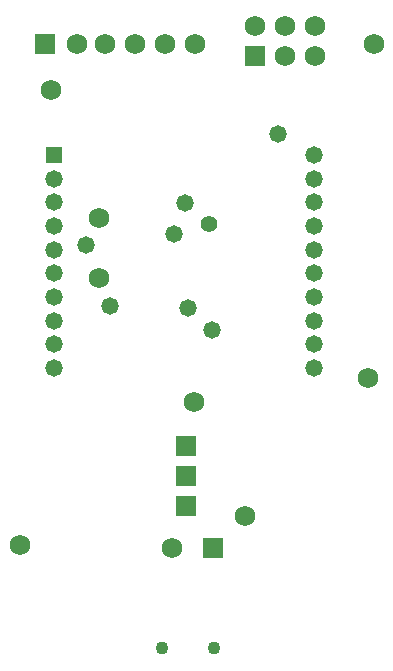
<source format=gbs>
%FSLAX25Y25*%
%MOIN*%
G70*
G01*
G75*
G04 Layer_Color=16711935*
%ADD10R,0.05000X0.06000*%
%ADD11R,0.06000X0.05000*%
%ADD12R,0.04331X0.08465*%
%ADD13R,0.04331X0.08465*%
%ADD14R,0.13780X0.08465*%
%ADD15R,0.08661X0.17716*%
%ADD16R,0.07087X0.06299*%
%ADD17R,0.01575X0.09449*%
%ADD18R,0.03937X0.05906*%
%ADD19R,0.12598X0.11024*%
%ADD20R,0.02756X0.05315*%
%ADD21R,0.02756X0.07087*%
G04:AMPARAMS|DCode=22|XSize=74.8mil|YSize=129.92mil|CornerRadius=0mil|HoleSize=0mil|Usage=FLASHONLY|Rotation=0.000|XOffset=0mil|YOffset=0mil|HoleType=Round|Shape=Octagon|*
%AMOCTAGOND22*
4,1,8,-0.01870,0.06496,0.01870,0.06496,0.03740,0.04626,0.03740,-0.04626,0.01870,-0.06496,-0.01870,-0.06496,-0.03740,-0.04626,-0.03740,0.04626,-0.01870,0.06496,0.0*
%
%ADD22OCTAGOND22*%

%ADD23R,0.11024X0.12598*%
%ADD24R,0.11811X0.11811*%
%ADD25R,0.11811X0.07087*%
%ADD26O,0.01772X0.06496*%
%ADD27O,0.06496X0.01772*%
%ADD28C,0.01969*%
%ADD29C,0.01181*%
%ADD30C,0.01772*%
%ADD31C,0.06000*%
%ADD32R,0.06000X0.06000*%
%ADD33R,0.06000X0.06000*%
%ADD34R,0.05906X0.05906*%
%ADD35C,0.05000*%
%ADD36R,0.05000X0.05000*%
%ADD37C,0.04724*%
%ADD38C,0.03543*%
%ADD39C,0.00984*%
%ADD40C,0.01000*%
%ADD41C,0.02362*%
%ADD42C,0.01200*%
%ADD43C,0.01378*%
%ADD44C,0.00787*%
%ADD45C,0.00394*%
%ADD46C,0.00606*%
%ADD47C,0.00591*%
%ADD48R,0.05800X0.06800*%
%ADD49R,0.06800X0.05800*%
%ADD50R,0.05131X0.09265*%
%ADD51R,0.05131X0.09265*%
%ADD52R,0.14579X0.09265*%
%ADD53R,0.09461X0.18517*%
%ADD54R,0.07887X0.07099*%
%ADD55R,0.02375X0.10249*%
%ADD56R,0.04737X0.06706*%
%ADD57R,0.13398X0.11824*%
%ADD58R,0.03556X0.06115*%
%ADD59R,0.03556X0.07887*%
G04:AMPARAMS|DCode=60|XSize=82.8mil|YSize=137.92mil|CornerRadius=0mil|HoleSize=0mil|Usage=FLASHONLY|Rotation=0.000|XOffset=0mil|YOffset=0mil|HoleType=Round|Shape=Octagon|*
%AMOCTAGOND60*
4,1,8,-0.02070,0.06896,0.02070,0.06896,0.04140,0.04826,0.04140,-0.04826,0.02070,-0.06896,-0.02070,-0.06896,-0.04140,-0.04826,-0.04140,0.04826,-0.02070,0.06896,0.0*
%
%ADD60OCTAGOND60*%

%ADD61R,0.11824X0.13398*%
%ADD62R,0.12611X0.12611*%
%ADD63R,0.12611X0.07887*%
%ADD64O,0.02572X0.07296*%
%ADD65O,0.07296X0.02572*%
%ADD66C,0.06800*%
%ADD67R,0.06800X0.06800*%
%ADD68R,0.06800X0.06800*%
%ADD69R,0.06706X0.06706*%
%ADD70C,0.05800*%
%ADD71R,0.05800X0.05800*%
%ADD72C,0.05524*%
%ADD73C,0.04343*%
D66*
X110000Y226000D02*
D03*
Y216000D02*
D03*
X100000Y226000D02*
D03*
Y216000D02*
D03*
X90000Y226000D02*
D03*
X62220Y52000D02*
D03*
X38000Y142000D02*
D03*
Y162000D02*
D03*
X70000Y220000D02*
D03*
X60000D02*
D03*
X50000D02*
D03*
X40000D02*
D03*
X30500D02*
D03*
X127500Y108500D02*
D03*
X22000Y204500D02*
D03*
X11500Y53000D02*
D03*
X69500Y100500D02*
D03*
X86500Y62500D02*
D03*
X129500Y220000D02*
D03*
D67*
X90000Y216000D02*
D03*
X76000Y52000D02*
D03*
D68*
X20000Y220000D02*
D03*
D69*
X67000Y66000D02*
D03*
Y76000D02*
D03*
Y86000D02*
D03*
D70*
X109614Y182866D02*
D03*
Y174992D02*
D03*
Y167118D02*
D03*
Y159244D02*
D03*
Y151370D02*
D03*
Y143496D02*
D03*
Y135622D02*
D03*
Y127748D02*
D03*
Y119874D02*
D03*
Y112000D02*
D03*
X23000D02*
D03*
Y119874D02*
D03*
Y127748D02*
D03*
Y135622D02*
D03*
Y143496D02*
D03*
Y151370D02*
D03*
Y159244D02*
D03*
Y167118D02*
D03*
Y174992D02*
D03*
X67500Y132000D02*
D03*
X75500Y124500D02*
D03*
X97500Y190000D02*
D03*
X66500Y167000D02*
D03*
X63000Y156500D02*
D03*
X41500Y132500D02*
D03*
X33500Y153000D02*
D03*
D71*
X23000Y182866D02*
D03*
D72*
X74500Y160000D02*
D03*
D73*
X58839Y18432D02*
D03*
X76161D02*
D03*
M02*

</source>
